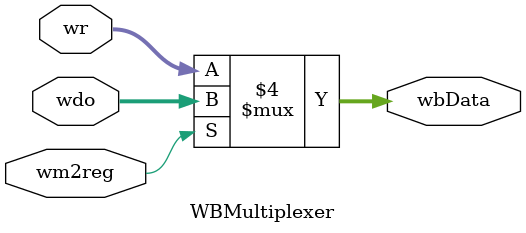
<source format=v>
`timescale 1ns / 1ps

module WBMultiplexer(wr, wdo, wm2reg, wbData);
    input[31:0] wr;
    input[31:0] wdo;
    input wm2reg;
    output reg[31:0] wbData;
    
    always @(*) begin
        if(wm2reg == 0) begin
            wbData = wr;
        end
        else begin
            wbData = wdo;
        end
    end
endmodule

</source>
